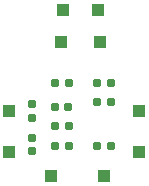
<source format=gts>
%TF.GenerationSoftware,KiCad,Pcbnew,9.0.6*%
%TF.CreationDate,2026-01-01T02:53:18-05:00*%
%TF.ProjectId,Project Resonator Crossover Circuit PCB,50726f6a-6563-4742-9052-65736f6e6174,rev?*%
%TF.SameCoordinates,Original*%
%TF.FileFunction,Soldermask,Top*%
%TF.FilePolarity,Negative*%
%FSLAX46Y46*%
G04 Gerber Fmt 4.6, Leading zero omitted, Abs format (unit mm)*
G04 Created by KiCad (PCBNEW 9.0.6) date 2026-01-01 02:53:18*
%MOMM*%
%LPD*%
G01*
G04 APERTURE LIST*
G04 Aperture macros list*
%AMRoundRect*
0 Rectangle with rounded corners*
0 $1 Rounding radius*
0 $2 $3 $4 $5 $6 $7 $8 $9 X,Y pos of 4 corners*
0 Add a 4 corners polygon primitive as box body*
4,1,4,$2,$3,$4,$5,$6,$7,$8,$9,$2,$3,0*
0 Add four circle primitives for the rounded corners*
1,1,$1+$1,$2,$3*
1,1,$1+$1,$4,$5*
1,1,$1+$1,$6,$7*
1,1,$1+$1,$8,$9*
0 Add four rect primitives between the rounded corners*
20,1,$1+$1,$2,$3,$4,$5,0*
20,1,$1+$1,$4,$5,$6,$7,0*
20,1,$1+$1,$6,$7,$8,$9,0*
20,1,$1+$1,$8,$9,$2,$3,0*%
G04 Aperture macros list end*
%ADD10R,1.000000X1.000000*%
%ADD11RoundRect,0.160000X0.197500X0.160000X-0.197500X0.160000X-0.197500X-0.160000X0.197500X-0.160000X0*%
%ADD12RoundRect,0.160000X-0.197500X-0.160000X0.197500X-0.160000X0.197500X0.160000X-0.197500X0.160000X0*%
%ADD13RoundRect,0.155000X-0.212500X-0.155000X0.212500X-0.155000X0.212500X0.155000X-0.212500X0.155000X0*%
%ADD14RoundRect,0.155000X-0.155000X0.212500X-0.155000X-0.212500X0.155000X-0.212500X0.155000X0.212500X0*%
%ADD15RoundRect,0.160000X0.160000X-0.197500X0.160000X0.197500X-0.160000X0.197500X-0.160000X-0.197500X0*%
G04 APERTURE END LIST*
D10*
%TO.C,H2*%
X152500000Y-102000000D03*
%TD*%
D11*
%TO.C,R6*%
X157529500Y-96175000D03*
X156334500Y-96175000D03*
%TD*%
D12*
%TO.C,R3*%
X159902500Y-97750000D03*
X161097500Y-97750000D03*
%TD*%
D13*
%TO.C,C4*%
X159932500Y-101500000D03*
X161067500Y-101500000D03*
%TD*%
D10*
%TO.C,H8*%
X157000000Y-90000000D03*
%TD*%
%TO.C,H4*%
X160528000Y-104000000D03*
%TD*%
%TO.C,H1*%
X152500000Y-98500000D03*
%TD*%
%TO.C,H9*%
X163500000Y-98500000D03*
%TD*%
D13*
%TO.C,C2*%
X156357500Y-98150000D03*
X157492500Y-98150000D03*
%TD*%
D12*
%TO.C,R2*%
X156327500Y-99825000D03*
X157522500Y-99825000D03*
%TD*%
D10*
%TO.C,H6*%
X160000000Y-90000000D03*
%TD*%
D13*
%TO.C,C6*%
X159932500Y-96150000D03*
X161067500Y-96150000D03*
%TD*%
D10*
%TO.C,H10*%
X163500000Y-102000000D03*
%TD*%
%TO.C,H5*%
X160150000Y-92710000D03*
%TD*%
%TO.C,H3*%
X156000000Y-104000000D03*
%TD*%
%TO.C,H7*%
X156900000Y-92710000D03*
%TD*%
D13*
%TO.C,C5*%
X156364500Y-101500000D03*
X157499500Y-101500000D03*
%TD*%
D14*
%TO.C,C1*%
X154432000Y-100778500D03*
X154432000Y-101913500D03*
%TD*%
D15*
%TO.C,R5*%
X154432000Y-99149500D03*
X154432000Y-97954500D03*
%TD*%
M02*

</source>
